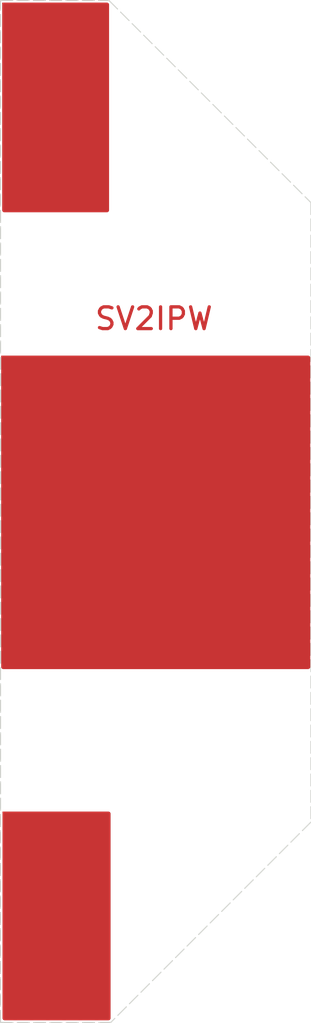
<source format=kicad_pcb>
(kicad_pcb
	(version 20240108)
	(generator "pcbnew")
	(generator_version "8.0")
	(general
		(thickness 1.6)
		(legacy_teardrops no)
	)
	(paper "A4")
	(layers
		(0 "F.Cu" signal)
		(31 "B.Cu" signal)
		(32 "B.Adhes" user "B.Adhesive")
		(33 "F.Adhes" user "F.Adhesive")
		(34 "B.Paste" user)
		(35 "F.Paste" user)
		(36 "B.SilkS" user "B.Silkscreen")
		(37 "F.SilkS" user "F.Silkscreen")
		(38 "B.Mask" user)
		(39 "F.Mask" user)
		(40 "Dwgs.User" user "User.Drawings")
		(41 "Cmts.User" user "User.Comments")
		(42 "Eco1.User" user "User.Eco1")
		(43 "Eco2.User" user "User.Eco2")
		(44 "Edge.Cuts" user)
		(45 "Margin" user)
		(46 "B.CrtYd" user "B.Courtyard")
		(47 "F.CrtYd" user "F.Courtyard")
		(48 "B.Fab" user)
		(49 "F.Fab" user)
		(50 "User.1" user)
		(51 "User.2" user)
		(52 "User.3" user)
		(53 "User.4" user)
		(54 "User.5" user)
		(55 "User.6" user)
		(56 "User.7" user)
		(57 "User.8" user)
		(58 "User.9" user)
	)
	(setup
		(stackup
			(layer "F.SilkS"
				(type "Top Silk Screen")
			)
			(layer "F.Paste"
				(type "Top Solder Paste")
			)
			(layer "F.Mask"
				(type "Top Solder Mask")
				(thickness 0.01)
			)
			(layer "F.Cu"
				(type "copper")
				(thickness 0.035)
			)
			(layer "dielectric 1"
				(type "core")
				(thickness 1.51)
				(material "FR4")
				(epsilon_r 4.5)
				(loss_tangent 0.02)
			)
			(layer "B.Cu"
				(type "copper")
				(thickness 0.035)
			)
			(layer "B.Mask"
				(type "Bottom Solder Mask")
				(thickness 0.01)
			)
			(layer "B.Paste"
				(type "Bottom Solder Paste")
			)
			(layer "B.SilkS"
				(type "Bottom Silk Screen")
			)
			(copper_finish "None")
			(dielectric_constraints no)
		)
		(pad_to_mask_clearance 0)
		(allow_soldermask_bridges_in_footprints no)
		(pcbplotparams
			(layerselection 0x00010fc_ffffffff)
			(plot_on_all_layers_selection 0x0000000_00000000)
			(disableapertmacros no)
			(usegerberextensions no)
			(usegerberattributes yes)
			(usegerberadvancedattributes yes)
			(creategerberjobfile yes)
			(dashed_line_dash_ratio 12.000000)
			(dashed_line_gap_ratio 3.000000)
			(svgprecision 4)
			(plotframeref no)
			(viasonmask no)
			(mode 1)
			(useauxorigin no)
			(hpglpennumber 1)
			(hpglpenspeed 20)
			(hpglpendiameter 15.000000)
			(pdf_front_fp_property_popups yes)
			(pdf_back_fp_property_popups yes)
			(dxfpolygonmode yes)
			(dxfimperialunits yes)
			(dxfusepcbnewfont yes)
			(psnegative no)
			(psa4output no)
			(plotreference yes)
			(plotvalue yes)
			(plotfptext yes)
			(plotinvisibletext no)
			(sketchpadsonfab no)
			(subtractmaskfromsilk no)
			(outputformat 1)
			(mirror no)
			(drillshape 0)
			(scaleselection 1)
			(outputdirectory "../fab/")
		)
	)
	(net 0 "")
	(gr_rect
		(start 113.12 80.469704)
		(end 127.130991 94.671287)
		(stroke
			(width 0.2)
			(type solid)
		)
		(fill solid)
		(layer "F.Cu")
		(uuid "67a02c7a-8ef7-4cc0-ad3c-a4f5809b9b70")
	)
	(gr_rect
		(start 113.165527 64.252615)
		(end 117.88 73.687384)
		(stroke
			(width 0.2)
			(type solid)
		)
		(fill solid)
		(layer "F.Cu")
		(uuid "90496fd1-9137-4cc7-abab-3b355145f1c8")
	)
	(gr_rect
		(start 113.179704 101.414704)
		(end 117.95 110.805296)
		(stroke
			(width 0.2)
			(type solid)
		)
		(fill solid)
		(layer "F.Cu")
		(uuid "c29f8b15-e7eb-4ccf-8354-f4151bab5fb3")
	)
	(gr_rect
		(start 113.09 80.41)
		(end 127.17 94.71)
		(stroke
			(width 0.1)
			(type solid)
		)
		(fill solid)
		(layer "F.Mask")
		(uuid "47e62063-74b4-4fb0-80be-6482883364e5")
	)
	(gr_rect
		(start 113.18 101.374704)
		(end 117.950296 110.765296)
		(stroke
			(width 0.2)
			(type solid)
		)
		(fill solid)
		(layer "F.Mask")
		(uuid "7b7f843b-c5dc-4c3a-8f38-760416c359f1")
	)
	(gr_rect
		(start 113.165527 64.252615)
		(end 117.88 73.687384)
		(stroke
			(width 0.2)
			(type solid)
		)
		(fill solid)
		(layer "F.Mask")
		(uuid "98127142-54a4-45b0-8720-31d5ea366cb1")
	)
	(gr_poly
		(pts
			(xy 113 64.06) (xy 117.98 64.06) (xy 127.26 73.34) (xy 127.26 101.8) (xy 118.06 111) (xy 112.99 111)
			(xy 112.99 64.07)
		)
		(stroke
			(width 0.05)
			(type dash)
		)
		(fill none)
		(layer "Edge.Cuts")
		(uuid "5e8e17a5-e34e-4bc8-b1f9-44a2eace85a7")
	)
	(gr_text "SV2IPW"
		(at 117.25 79.26 0)
		(layer "F.Cu")
		(uuid "a5ab62f0-44ea-42b1-a0ce-d33154aad1d3")
		(effects
			(font
				(size 1 1)
				(thickness 0.15)
			)
			(justify left bottom)
		)
	)
	(gr_text "SV2IPW"
		(at 117.25 79.26 0)
		(layer "F.Mask")
		(uuid "a598a0ea-cabc-4f58-bb53-e82d0f266b99")
		(effects
			(font
				(size 1 1)
				(thickness 0.15)
			)
			(justify left bottom)
		)
	)
)
</source>
